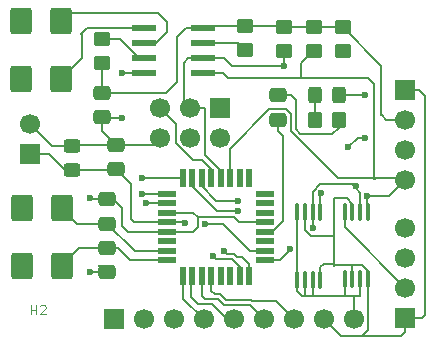
<source format=gbr>
%TF.GenerationSoftware,KiCad,Pcbnew,9.0.2*%
%TF.CreationDate,2025-07-25T22:05:18+05:30*%
%TF.ProjectId,mcu,6d63752e-6b69-4636-9164-5f7063625858,rev?*%
%TF.SameCoordinates,Original*%
%TF.FileFunction,Copper,L1,Top*%
%TF.FilePolarity,Positive*%
%FSLAX46Y46*%
G04 Gerber Fmt 4.6, Leading zero omitted, Abs format (unit mm)*
G04 Created by KiCad (PCBNEW 9.0.2) date 2025-07-25 22:05:18*
%MOMM*%
%LPD*%
G01*
G04 APERTURE LIST*
G04 Aperture macros list*
%AMRoundRect*
0 Rectangle with rounded corners*
0 $1 Rounding radius*
0 $2 $3 $4 $5 $6 $7 $8 $9 X,Y pos of 4 corners*
0 Add a 4 corners polygon primitive as box body*
4,1,4,$2,$3,$4,$5,$6,$7,$8,$9,$2,$3,0*
0 Add four circle primitives for the rounded corners*
1,1,$1+$1,$2,$3*
1,1,$1+$1,$4,$5*
1,1,$1+$1,$6,$7*
1,1,$1+$1,$8,$9*
0 Add four rect primitives between the rounded corners*
20,1,$1+$1,$2,$3,$4,$5,0*
20,1,$1+$1,$4,$5,$6,$7,0*
20,1,$1+$1,$6,$7,$8,$9,0*
20,1,$1+$1,$8,$9,$2,$3,0*%
G04 Aperture macros list end*
%ADD10C,0.100000*%
%TA.AperFunction,NonConductor*%
%ADD11C,0.100000*%
%TD*%
%TA.AperFunction,SMDPad,CuDef*%
%ADD12RoundRect,0.250000X0.450000X-0.350000X0.450000X0.350000X-0.450000X0.350000X-0.450000X-0.350000X0*%
%TD*%
%TA.AperFunction,ComponentPad*%
%ADD13R,1.700000X1.700000*%
%TD*%
%TA.AperFunction,ComponentPad*%
%ADD14C,1.700000*%
%TD*%
%TA.AperFunction,SMDPad,CuDef*%
%ADD15RoundRect,0.250000X-0.475000X0.337500X-0.475000X-0.337500X0.475000X-0.337500X0.475000X0.337500X0*%
%TD*%
%TA.AperFunction,SMDPad,CuDef*%
%ADD16RoundRect,0.250000X0.475000X-0.337500X0.475000X0.337500X-0.475000X0.337500X-0.475000X-0.337500X0*%
%TD*%
%TA.AperFunction,SMDPad,CuDef*%
%ADD17RoundRect,0.250000X-0.450000X0.350000X-0.450000X-0.350000X0.450000X-0.350000X0.450000X0.350000X0*%
%TD*%
%TA.AperFunction,SMDPad,CuDef*%
%ADD18RoundRect,0.250000X0.350000X0.450000X-0.350000X0.450000X-0.350000X-0.450000X0.350000X-0.450000X0*%
%TD*%
%TA.AperFunction,SMDPad,CuDef*%
%ADD19RoundRect,0.250000X0.650000X-0.875000X0.650000X0.875000X-0.650000X0.875000X-0.650000X-0.875000X0*%
%TD*%
%TA.AperFunction,SMDPad,CuDef*%
%ADD20RoundRect,0.250000X-0.450000X0.325000X-0.450000X-0.325000X0.450000X-0.325000X0.450000X0.325000X0*%
%TD*%
%TA.AperFunction,SMDPad,CuDef*%
%ADD21RoundRect,0.073750X-0.911250X-0.221250X0.911250X-0.221250X0.911250X0.221250X-0.911250X0.221250X0*%
%TD*%
%TA.AperFunction,SMDPad,CuDef*%
%ADD22RoundRect,0.068750X-0.666250X-0.206250X0.666250X-0.206250X0.666250X0.206250X-0.666250X0.206250X0*%
%TD*%
%TA.AperFunction,SMDPad,CuDef*%
%ADD23RoundRect,0.068750X-0.206250X-0.666250X0.206250X-0.666250X0.206250X0.666250X-0.206250X0.666250X0*%
%TD*%
%TA.AperFunction,SMDPad,CuDef*%
%ADD24RoundRect,0.100000X0.100000X-0.637500X0.100000X0.637500X-0.100000X0.637500X-0.100000X-0.637500X0*%
%TD*%
%TA.AperFunction,SMDPad,CuDef*%
%ADD25RoundRect,0.250000X-0.325000X-0.450000X0.325000X-0.450000X0.325000X0.450000X-0.325000X0.450000X0*%
%TD*%
%TA.AperFunction,ViaPad*%
%ADD26C,0.600000*%
%TD*%
%TA.AperFunction,Conductor*%
%ADD27C,0.200000*%
%TD*%
G04 APERTURE END LIST*
D10*
D11*
X96220476Y-124834895D02*
X96220476Y-124034895D01*
X96220476Y-124415847D02*
X96677619Y-124415847D01*
X96677619Y-124834895D02*
X96677619Y-124034895D01*
X97020475Y-124111085D02*
X97058571Y-124072990D01*
X97058571Y-124072990D02*
X97134761Y-124034895D01*
X97134761Y-124034895D02*
X97325237Y-124034895D01*
X97325237Y-124034895D02*
X97401428Y-124072990D01*
X97401428Y-124072990D02*
X97439523Y-124111085D01*
X97439523Y-124111085D02*
X97477618Y-124187276D01*
X97477618Y-124187276D02*
X97477618Y-124263466D01*
X97477618Y-124263466D02*
X97439523Y-124377752D01*
X97439523Y-124377752D02*
X96982380Y-124834895D01*
X96982380Y-124834895D02*
X97477618Y-124834895D01*
D12*
%TO.P,R5,1*%
%TO.N,Net-(U3-SQW{slash}~INT)*%
X114340000Y-102440000D03*
%TO.P,R5,2*%
%TO.N,/VCC*%
X114340000Y-100440000D03*
%TD*%
D13*
%TO.P,J1,1,Pin_1*%
%TO.N,/D2*%
X103280000Y-125240000D03*
D14*
%TO.P,J1,2,Pin_2*%
%TO.N,/D3*%
X105820000Y-125240000D03*
%TO.P,J1,3,Pin_3*%
%TO.N,/D4*%
X108360000Y-125240000D03*
%TO.P,J1,4,Pin_4*%
%TO.N,/D5*%
X110900000Y-125240000D03*
%TO.P,J1,5,Pin_5*%
%TO.N,/D6*%
X113440000Y-125240000D03*
%TO.P,J1,6,Pin_6*%
%TO.N,/D7*%
X115980000Y-125240000D03*
%TO.P,J1,7,Pin_7*%
%TO.N,/D8*%
X118520000Y-125240000D03*
%TO.P,J1,8,Pin_8*%
%TO.N,GND*%
X121060000Y-125240000D03*
%TO.P,J1,9,Pin_9*%
%TO.N,/VCC*%
X123600000Y-125240000D03*
%TD*%
D12*
%TO.P,R7,1*%
%TO.N,/SCL*%
X117620000Y-102490000D03*
%TO.P,R7,2*%
%TO.N,/VCC*%
X117620000Y-100490000D03*
%TD*%
D15*
%TO.P,C3,1*%
%TO.N,GND*%
X103460000Y-110482500D03*
%TO.P,C3,2*%
%TO.N,Net-(BT1-+)*%
X103460000Y-112557500D03*
%TD*%
D12*
%TO.P,R3,1*%
%TO.N,/SDA*%
X120170000Y-102490000D03*
%TO.P,R3,2*%
%TO.N,/VCC*%
X120170000Y-100490000D03*
%TD*%
D16*
%TO.P,C5,1*%
%TO.N,GND*%
X102640000Y-121270000D03*
%TO.P,C5,2*%
%TO.N,Net-(U4-PB7)*%
X102640000Y-119195000D03*
%TD*%
D17*
%TO.P,R4,1*%
%TO.N,Net-(U3-~{INTA})*%
X102210000Y-101530000D03*
%TO.P,R4,2*%
%TO.N,/VCC*%
X102210000Y-103530000D03*
%TD*%
D12*
%TO.P,R6,1*%
%TO.N,/RESET*%
X122620000Y-102500000D03*
%TO.P,R6,2*%
%TO.N,/VCC*%
X122620000Y-100500000D03*
%TD*%
D18*
%TO.P,R2,1*%
%TO.N,GND*%
X122270000Y-108400000D03*
%TO.P,R2,2*%
%TO.N,Net-(D1-K)*%
X120270000Y-108400000D03*
%TD*%
D19*
%TO.P,Y1,1,1*%
%TO.N,Net-(U3-X1)*%
X98790000Y-104880000D03*
%TO.P,Y1,2,2*%
%TO.N,Net-(U3-X2)*%
X98790000Y-100030000D03*
%TO.P,Y1,3*%
%TO.N,N/C*%
X95390000Y-100030000D03*
%TO.P,Y1,4*%
X95390000Y-104880000D03*
%TD*%
D20*
%TO.P,D2,1,K*%
%TO.N,GND*%
X99690000Y-110535000D03*
%TO.P,D2,2,A*%
%TO.N,Net-(BT1-+)*%
X99690000Y-112585000D03*
%TD*%
D21*
%TO.P,U3,1,X1*%
%TO.N,Net-(U3-X1)*%
X105835000Y-100575000D03*
%TO.P,U3,2,X2*%
%TO.N,Net-(U3-X2)*%
X105835000Y-101845000D03*
%TO.P,U3,3,~{INTA}*%
%TO.N,Net-(U3-~{INTA})*%
X105835000Y-103115000D03*
%TO.P,U3,4,GND*%
%TO.N,GND*%
X105835000Y-104385000D03*
%TO.P,U3,5,SDA*%
%TO.N,/SDA*%
X110785000Y-104385000D03*
%TO.P,U3,6,SCL*%
%TO.N,/SCL*%
X110785000Y-103115000D03*
%TO.P,U3,7,SQW/~INT*%
%TO.N,Net-(U3-SQW{slash}~INT)*%
X110785000Y-101845000D03*
%TO.P,U3,8,VCC*%
%TO.N,/VCC*%
X110785000Y-100575000D03*
%TD*%
D13*
%TO.P,J4,1,Pin_1*%
%TO.N,/MISO*%
X112200000Y-107340000D03*
D14*
%TO.P,J4,2,Pin_2*%
%TO.N,/VCC*%
X112200000Y-109880000D03*
%TO.P,J4,3,Pin_3*%
%TO.N,/SCL*%
X109660000Y-107340000D03*
%TO.P,J4,4,Pin_4*%
%TO.N,/MOSI*%
X109660000Y-109880000D03*
%TO.P,J4,5,Pin_5*%
%TO.N,/RESET*%
X107120000Y-107340000D03*
%TO.P,J4,6,Pin_6*%
%TO.N,GND*%
X107120000Y-109880000D03*
%TD*%
D16*
%TO.P,C4,1*%
%TO.N,Net-(U4-PB6)*%
X102680000Y-117147500D03*
%TO.P,C4,2*%
%TO.N,GND*%
X102680000Y-115072500D03*
%TD*%
D15*
%TO.P,C1,1*%
%TO.N,GND*%
X117120000Y-106292500D03*
%TO.P,C1,2*%
%TO.N,Net-(U4-AREF)*%
X117120000Y-108367500D03*
%TD*%
D22*
%TO.P,U4,1,PD3*%
%TO.N,/D3*%
X107730000Y-114630000D03*
%TO.P,U4,2,PD4*%
%TO.N,/D4*%
X107730000Y-115430000D03*
%TO.P,U4,3,GND*%
%TO.N,GND*%
X107730000Y-116230000D03*
%TO.P,U4,4,VCC*%
%TO.N,Net-(BT1-+)*%
X107730000Y-117030000D03*
%TO.P,U4,5,GND*%
%TO.N,GND*%
X107730000Y-117830000D03*
%TO.P,U4,6,VCC*%
%TO.N,unconnected-(U4-VCC-Pad6)*%
X107730000Y-118630000D03*
%TO.P,U4,7,PB6*%
%TO.N,Net-(U4-PB6)*%
X107730000Y-119430000D03*
%TO.P,U4,8,PB7*%
%TO.N,Net-(U4-PB7)*%
X107730000Y-120230000D03*
D23*
%TO.P,U4,9,PD5*%
%TO.N,/D5*%
X109100000Y-121600000D03*
%TO.P,U4,10,PD6*%
%TO.N,/D6*%
X109900000Y-121600000D03*
%TO.P,U4,11,PD7*%
%TO.N,/D7*%
X110700000Y-121600000D03*
%TO.P,U4,12,PB0*%
%TO.N,/D8*%
X111500000Y-121600000D03*
%TO.P,U4,13,PB1*%
%TO.N,unconnected-(U4-PB1-Pad13)*%
X112300000Y-121600000D03*
%TO.P,U4,14,PB2*%
%TO.N,unconnected-(U4-PB2-Pad14)*%
X113100000Y-121600000D03*
%TO.P,U4,15,PB3*%
%TO.N,/MOSI*%
X113900000Y-121600000D03*
%TO.P,U4,16,PB4*%
%TO.N,/MISO*%
X114700000Y-121600000D03*
D22*
%TO.P,U4,17,PB5*%
%TO.N,/SCL*%
X116070000Y-120230000D03*
%TO.P,U4,18,AVCC*%
%TO.N,Net-(BT1-+)*%
X116070000Y-119430000D03*
%TO.P,U4,19,ADC6*%
%TO.N,unconnected-(U4-ADC6-Pad19)*%
X116070000Y-118630000D03*
%TO.P,U4,20,AREF*%
%TO.N,Net-(U4-AREF)*%
X116070000Y-117830000D03*
%TO.P,U4,21,GND*%
%TO.N,GND*%
X116070000Y-117030000D03*
%TO.P,U4,22,ADC7*%
%TO.N,unconnected-(U4-ADC7-Pad22)*%
X116070000Y-116230000D03*
%TO.P,U4,23,PC0*%
%TO.N,unconnected-(U4-PC0-Pad23)*%
X116070000Y-115430000D03*
%TO.P,U4,24,PC1*%
%TO.N,unconnected-(U4-PC1-Pad24)*%
X116070000Y-114630000D03*
D23*
%TO.P,U4,25,PC2*%
%TO.N,unconnected-(U4-PC2-Pad25)*%
X114700000Y-113260000D03*
%TO.P,U4,26,PC3*%
%TO.N,unconnected-(U4-PC3-Pad26)*%
X113900000Y-113260000D03*
%TO.P,U4,27,PC4*%
%TO.N,/SDA*%
X113100000Y-113260000D03*
%TO.P,U4,28,PC5*%
%TO.N,/SCL*%
X112300000Y-113260000D03*
%TO.P,U4,29,PC6/~{RESET}*%
%TO.N,/RESET*%
X111500000Y-113260000D03*
%TO.P,U4,30,PD0*%
%TO.N,/TX*%
X110700000Y-113260000D03*
%TO.P,U4,31,PD1*%
%TO.N,/RX*%
X109900000Y-113260000D03*
%TO.P,U4,32,PD2*%
%TO.N,/D2*%
X109100000Y-113260000D03*
%TD*%
D13*
%TO.P,BT1,1,+*%
%TO.N,Net-(BT1-+)*%
X96160000Y-111255000D03*
D14*
%TO.P,BT1,2,-*%
%TO.N,GND*%
X96160000Y-108715000D03*
%TD*%
D13*
%TO.P,J2,1,Pin_1*%
%TO.N,GND*%
X127940000Y-105810000D03*
D14*
%TO.P,J2,2,Pin_2*%
%TO.N,/VCC*%
X127940000Y-108350000D03*
%TO.P,J2,3,Pin_3*%
%TO.N,/SCL*%
X127940000Y-110890000D03*
%TO.P,J2,4,Pin_4*%
%TO.N,/SDA*%
X127940000Y-113430000D03*
%TD*%
D19*
%TO.P,Y2,1,1*%
%TO.N,Net-(U4-PB7)*%
X98840000Y-120695000D03*
%TO.P,Y2,2,2*%
%TO.N,Net-(U4-PB6)*%
X98840000Y-115845000D03*
%TO.P,Y2,3*%
%TO.N,N/C*%
X95440000Y-115845000D03*
%TO.P,Y2,4*%
X95440000Y-120695000D03*
%TD*%
D24*
%TO.P,U1,1,A0*%
%TO.N,/VCC*%
X118780000Y-121910000D03*
%TO.P,U1,2,A1*%
X119430000Y-121910000D03*
%TO.P,U1,3,A2*%
X120080000Y-121910000D03*
%TO.P,U1,4,GND*%
%TO.N,GND*%
X120730000Y-121910000D03*
%TO.P,U1,5,SDA*%
%TO.N,/SDA*%
X120730000Y-116185000D03*
%TO.P,U1,6,SCL*%
%TO.N,/SCL*%
X120080000Y-116185000D03*
%TO.P,U1,7,WP*%
%TO.N,GND*%
X119430000Y-116185000D03*
%TO.P,U1,8,VCC*%
%TO.N,/VCC*%
X118780000Y-116185000D03*
%TD*%
%TO.P,U2,1,A0*%
%TO.N,/VCC*%
X122790000Y-121860000D03*
%TO.P,U2,2,A1*%
%TO.N,GND*%
X123440000Y-121860000D03*
%TO.P,U2,3,A2*%
%TO.N,/VCC*%
X124090000Y-121860000D03*
%TO.P,U2,4,GND*%
%TO.N,GND*%
X124740000Y-121860000D03*
%TO.P,U2,5,SDA*%
%TO.N,/SDA*%
X124740000Y-116135000D03*
%TO.P,U2,6,SCL*%
%TO.N,/SCL*%
X124090000Y-116135000D03*
%TO.P,U2,7,WP*%
%TO.N,GND*%
X123440000Y-116135000D03*
%TO.P,U2,8,VCC*%
%TO.N,/VCC*%
X122790000Y-116135000D03*
%TD*%
D25*
%TO.P,D1,1,K*%
%TO.N,Net-(D1-K)*%
X120247500Y-106260000D03*
%TO.P,D1,2,A*%
%TO.N,/SCL*%
X122297500Y-106260000D03*
%TD*%
D16*
%TO.P,C2,1*%
%TO.N,GND*%
X102240000Y-108157500D03*
%TO.P,C2,2*%
%TO.N,/VCC*%
X102240000Y-106082500D03*
%TD*%
D13*
%TO.P,J3,1,Pin_1*%
%TO.N,GND*%
X127910000Y-125110000D03*
D14*
%TO.P,J3,2,Pin_2*%
%TO.N,/VCC*%
X127910000Y-122570000D03*
%TO.P,J3,3,Pin_3*%
%TO.N,/RX*%
X127910000Y-120030000D03*
%TO.P,J3,4,Pin_4*%
%TO.N,/TX*%
X127910000Y-117490000D03*
%TD*%
D26*
%TO.N,GND*%
X101200000Y-115000000D03*
X101200000Y-121275000D03*
X103910000Y-104370000D03*
X103930000Y-108200000D03*
X116990000Y-106280000D03*
%TO.N,Net-(BT1-+)*%
X109260000Y-117080000D03*
X110980000Y-117210000D03*
%TO.N,/VCC*%
X123100000Y-110690000D03*
X124550000Y-109890000D03*
%TO.N,/SCL*%
X124490000Y-106270000D03*
X117620000Y-103785000D03*
X118140000Y-119260000D03*
X120080000Y-117500000D03*
X123720000Y-113920000D03*
%TO.N,/D2*%
X105640000Y-113260000D03*
%TO.N,/D4*%
X106010000Y-115420000D03*
%TO.N,/D3*%
X105670000Y-114650000D03*
%TO.N,/SDA*%
X124720000Y-114837500D03*
X120799265Y-114559265D03*
%TO.N,/TX*%
X113750000Y-115210000D03*
%TO.N,/RX*%
X113790000Y-116070000D03*
%TO.N,/MOSI*%
X111630000Y-119910000D03*
%TO.N,/RESET*%
X122570000Y-102570000D03*
%TO.N,/MISO*%
X112580000Y-119500000D03*
%TD*%
D27*
%TO.N,GND*%
X123440000Y-116135000D02*
X123440000Y-115477500D01*
X123410000Y-120677500D02*
X121962500Y-120677500D01*
X102635000Y-121275000D02*
X102640000Y-121270000D01*
X103925000Y-104385000D02*
X103910000Y-104370000D01*
X124240000Y-126620000D02*
X122440000Y-126620000D01*
X103960000Y-117310000D02*
X104480000Y-117830000D01*
X122270000Y-108400000D02*
X122270000Y-109010000D01*
X110360000Y-116600000D02*
X113420000Y-116600000D01*
X124294999Y-120677500D02*
X123410000Y-120677500D01*
X105835000Y-104385000D02*
X103925000Y-104385000D01*
X129077790Y-105810000D02*
X129587790Y-106320000D01*
X120730000Y-120827500D02*
X121010000Y-120547500D01*
X127940000Y-105810000D02*
X129077790Y-105810000D01*
X121890000Y-115007500D02*
X121890000Y-117417500D01*
X121890000Y-120547500D02*
X121890000Y-120747500D01*
X113850000Y-117030000D02*
X116070000Y-117030000D01*
X102680000Y-115072500D02*
X101272500Y-115072500D01*
X99742500Y-110482500D02*
X103460000Y-110482500D01*
X109960000Y-117830000D02*
X110380000Y-117410000D01*
X124740000Y-121122501D02*
X124294999Y-120677500D01*
X129570000Y-124855000D02*
X129315000Y-125110000D01*
X127910000Y-126315000D02*
X127910000Y-125110000D01*
X119960057Y-118230000D02*
X121890000Y-118230000D01*
X122440000Y-126620000D02*
X121060000Y-125240000D01*
X118640000Y-109160000D02*
X118640000Y-106700000D01*
X129570000Y-106337790D02*
X129570000Y-124855000D01*
X110380000Y-116620000D02*
X110360000Y-116600000D01*
X102282500Y-108200000D02*
X102240000Y-108157500D01*
X103213468Y-115072500D02*
X103960000Y-115819032D01*
X101200000Y-121275000D02*
X102635000Y-121275000D01*
X119050000Y-109570000D02*
X118640000Y-109160000D01*
X117120000Y-106292500D02*
X117002500Y-106292500D01*
X123440000Y-120707500D02*
X123410000Y-120677500D01*
X124315000Y-126545000D02*
X124395000Y-126625000D01*
X121890000Y-120747500D02*
X121891250Y-120748750D01*
X103460000Y-110482500D02*
X106517500Y-110482500D01*
X127600000Y-126625000D02*
X127910000Y-126315000D01*
X119430000Y-117699943D02*
X119960057Y-118230000D01*
X123440000Y-121860000D02*
X123440000Y-120707500D01*
X104480000Y-117830000D02*
X107730000Y-117830000D01*
X121890000Y-117417500D02*
X121890000Y-118230000D01*
X118232500Y-106292500D02*
X117120000Y-106292500D01*
X124751000Y-121871000D02*
X124751000Y-126109000D01*
X124315000Y-126545000D02*
X124240000Y-126620000D01*
X121710000Y-109570000D02*
X119050000Y-109570000D01*
X97980000Y-110535000D02*
X99690000Y-110535000D01*
X101272500Y-115072500D02*
X101200000Y-115000000D01*
X109990000Y-116230000D02*
X107730000Y-116230000D01*
X119430000Y-116185000D02*
X119430000Y-117699943D01*
X121962500Y-120677500D02*
X121891250Y-120748750D01*
X96160000Y-108715000D02*
X97980000Y-110535000D01*
X129315000Y-125110000D02*
X127910000Y-125110000D01*
X129587790Y-106320000D02*
X129570000Y-106337790D01*
X102017500Y-120695000D02*
X102022500Y-120690000D01*
X102240000Y-108157500D02*
X102240000Y-109262500D01*
X110360000Y-116600000D02*
X109990000Y-116230000D01*
X124395000Y-126625000D02*
X127600000Y-126625000D01*
X122270000Y-109010000D02*
X121710000Y-109570000D01*
X122970000Y-115007500D02*
X121890000Y-115007500D01*
X102680000Y-115072500D02*
X103213468Y-115072500D01*
X117002500Y-106292500D02*
X116990000Y-106280000D01*
X103960000Y-115819032D02*
X103960000Y-117310000D01*
X121010000Y-120547500D02*
X121890000Y-120547500D01*
X107730000Y-117830000D02*
X109960000Y-117830000D01*
X113420000Y-116600000D02*
X113850000Y-117030000D01*
X124751000Y-126109000D02*
X124315000Y-126545000D01*
X103930000Y-108200000D02*
X102282500Y-108200000D01*
X99690000Y-110535000D02*
X99742500Y-110482500D01*
X121890000Y-118230000D02*
X121890000Y-120547500D01*
X120730000Y-121910000D02*
X120730000Y-120827500D01*
X123440000Y-115477500D02*
X122970000Y-115007500D01*
X106517500Y-110482500D02*
X107120000Y-109880000D01*
X124740000Y-121860000D02*
X124740000Y-121122501D01*
X110380000Y-117410000D02*
X110380000Y-116620000D01*
X102240000Y-109262500D02*
X103460000Y-110482500D01*
X118640000Y-106700000D02*
X118232500Y-106292500D01*
X124740000Y-121860000D02*
X124751000Y-121871000D01*
%TO.N,Net-(BT1-+)*%
X104980000Y-117030000D02*
X107730000Y-117030000D01*
X110980000Y-117210000D02*
X112500000Y-117210000D01*
X109210000Y-117030000D02*
X109260000Y-117080000D01*
X96160000Y-111255000D02*
X97783481Y-111255000D01*
X103432500Y-112585000D02*
X103460000Y-112557500D01*
X103460000Y-112557500D02*
X104680000Y-113777500D01*
X114750000Y-119460000D02*
X116040000Y-119460000D01*
X97783481Y-111255000D02*
X99113481Y-112585000D01*
X112500000Y-117210000D02*
X114750000Y-119460000D01*
X104680000Y-113777500D02*
X104680000Y-116730000D01*
X99690000Y-112585000D02*
X103432500Y-112585000D01*
X104680000Y-116730000D02*
X104980000Y-117030000D01*
X116040000Y-119460000D02*
X116070000Y-119430000D01*
X99113481Y-112585000D02*
X99690000Y-112585000D01*
X107730000Y-117030000D02*
X109210000Y-117030000D01*
%TO.N,Net-(U4-AREF)*%
X116667312Y-117830000D02*
X116070000Y-117830000D01*
X117120000Y-108367500D02*
X117120000Y-109280000D01*
X117560000Y-109720000D02*
X117560000Y-116937312D01*
X117120000Y-109280000D02*
X117560000Y-109720000D01*
X117560000Y-116937312D02*
X116667312Y-117830000D01*
%TO.N,/VCC*%
X120080000Y-123217500D02*
X120050000Y-123247500D01*
X122790000Y-116135000D02*
X122790000Y-117450000D01*
X118740000Y-116225000D02*
X118780000Y-116185000D01*
X102240000Y-106082500D02*
X107637500Y-106082500D01*
X124070000Y-123247500D02*
X123560000Y-123247500D01*
X110785000Y-100575000D02*
X110920000Y-100440000D01*
X117596426Y-100440000D02*
X117620000Y-100463574D01*
X107637500Y-106082500D02*
X108560000Y-105160000D01*
X123560000Y-123247500D02*
X122790000Y-123247500D01*
X126320000Y-108350000D02*
X127940000Y-108350000D01*
X102210000Y-103530000D02*
X102210000Y-106052500D01*
X122790000Y-117450000D02*
X127910000Y-122570000D01*
X124090000Y-123227500D02*
X124070000Y-123247500D01*
X122790000Y-123247500D02*
X120050000Y-123247500D01*
X117620000Y-100490000D02*
X120170000Y-100490000D01*
X102210000Y-106052500D02*
X102240000Y-106082500D01*
X108560000Y-105160000D02*
X108560000Y-101360000D01*
X120080000Y-121910000D02*
X120080000Y-123217500D01*
X108560000Y-101360000D02*
X109345000Y-100575000D01*
X117693574Y-100390000D02*
X117620000Y-100463574D01*
X120170000Y-100490000D02*
X120180000Y-100490000D01*
X118780000Y-121910000D02*
X118740000Y-121870000D01*
X122620000Y-100500000D02*
X125900000Y-103780000D01*
X124550000Y-109890000D02*
X123900000Y-109890000D01*
X123900000Y-109890000D02*
X123100000Y-110690000D01*
X125900000Y-103780000D02*
X125900000Y-107960000D01*
X122790000Y-121860000D02*
X122790000Y-123247500D01*
X120050000Y-123247500D02*
X119480000Y-123247500D01*
X120180000Y-100490000D02*
X120190000Y-100500000D01*
X123600000Y-123287500D02*
X123560000Y-123247500D01*
X114340000Y-100440000D02*
X117596426Y-100440000D01*
X119480000Y-123247500D02*
X119170000Y-123247500D01*
X109345000Y-100575000D02*
X110785000Y-100575000D01*
X118780000Y-122857500D02*
X118780000Y-121910000D01*
X123600000Y-125240000D02*
X123600000Y-123287500D01*
X120190000Y-100500000D02*
X122620000Y-100500000D01*
X119170000Y-123247500D02*
X118780000Y-122857500D01*
X119430000Y-123197500D02*
X119480000Y-123247500D01*
X125930000Y-107960000D02*
X126320000Y-108350000D01*
X124090000Y-121860000D02*
X124090000Y-123227500D01*
X118740000Y-121870000D02*
X118740000Y-116225000D01*
X125900000Y-107960000D02*
X125930000Y-107960000D01*
X110920000Y-100440000D02*
X114340000Y-100440000D01*
X119430000Y-121910000D02*
X119430000Y-123197500D01*
%TO.N,Net-(U4-PB6)*%
X102680000Y-117147500D02*
X104912500Y-119380000D01*
X100142500Y-117147500D02*
X102680000Y-117147500D01*
X105030000Y-119380000D02*
X105080000Y-119430000D01*
X98840000Y-115845000D02*
X100142500Y-117147500D01*
X104912500Y-119380000D02*
X105030000Y-119380000D01*
X105080000Y-119430000D02*
X107730000Y-119430000D01*
%TO.N,Net-(U4-PB7)*%
X98840000Y-120695000D02*
X100340000Y-119195000D01*
X100340000Y-119195000D02*
X102640000Y-119195000D01*
X103565000Y-119195000D02*
X104600000Y-120230000D01*
X104600000Y-120230000D02*
X107730000Y-120230000D01*
X102640000Y-119195000D02*
X103565000Y-119195000D01*
%TO.N,/SCL*%
X110790000Y-103120000D02*
X110785000Y-103115000D01*
X110940000Y-111302688D02*
X110940000Y-107417919D01*
X117290000Y-120230000D02*
X116070000Y-120230000D01*
X123720000Y-114140000D02*
X123390000Y-113810000D01*
X112300000Y-113260000D02*
X112300000Y-112662688D01*
X117620000Y-103785000D02*
X113215000Y-103785000D01*
X117620000Y-103785000D02*
X117620000Y-102490000D01*
X112550000Y-103120000D02*
X110790000Y-103120000D01*
X112300000Y-112662688D02*
X110940000Y-111302688D01*
X109150000Y-103510000D02*
X109150000Y-106830000D01*
X109150000Y-106830000D02*
X109660000Y-107340000D01*
X124090000Y-114510000D02*
X123720000Y-114140000D01*
X118140000Y-119260000D02*
X118140000Y-119380000D01*
X110862081Y-107340000D02*
X109660000Y-107340000D01*
X113215000Y-103785000D02*
X112550000Y-103120000D01*
X109545000Y-103115000D02*
X109150000Y-103510000D01*
X122297500Y-106260000D02*
X124480000Y-106260000D01*
X120080000Y-117500000D02*
X120080000Y-116185000D01*
X110940000Y-107417919D02*
X110862081Y-107340000D01*
X118140000Y-119380000D02*
X117290000Y-120230000D01*
X120080000Y-114430000D02*
X120080000Y-116185000D01*
X120700000Y-113810000D02*
X120080000Y-114430000D01*
X123720000Y-114140000D02*
X123720000Y-113920000D01*
X123390000Y-113810000D02*
X120700000Y-113810000D01*
X124480000Y-106260000D02*
X124490000Y-106270000D01*
X124090000Y-116135000D02*
X124090000Y-114510000D01*
X110785000Y-103115000D02*
X109545000Y-103115000D01*
%TO.N,Net-(D1-K)*%
X120247500Y-106260000D02*
X120247500Y-108377500D01*
X120247500Y-108377500D02*
X120270000Y-108400000D01*
%TO.N,/D7*%
X114790000Y-124050000D02*
X115980000Y-125240000D01*
X110959089Y-123529000D02*
X112029000Y-123529000D01*
X112029000Y-123529000D02*
X112550000Y-124050000D01*
X110700000Y-121600000D02*
X110700000Y-123269911D01*
X110700000Y-123269911D02*
X110959089Y-123529000D01*
X112550000Y-124050000D02*
X114790000Y-124050000D01*
%TO.N,/D8*%
X112195100Y-123128000D02*
X112716100Y-123649000D01*
X116950000Y-123670000D02*
X118520000Y-125240000D01*
X112716100Y-123649000D02*
X114956100Y-123649000D01*
X111500000Y-121600000D02*
X111500000Y-122850000D01*
X111778000Y-123128000D02*
X112195100Y-123128000D01*
X114956100Y-123649000D02*
X114977100Y-123670000D01*
X114977100Y-123670000D02*
X116950000Y-123670000D01*
X111500000Y-122850000D02*
X111778000Y-123128000D01*
%TO.N,/D5*%
X109100000Y-121600000D02*
X109100000Y-123490000D01*
X110850000Y-125240000D02*
X110900000Y-125240000D01*
X109100000Y-123490000D02*
X110850000Y-125240000D01*
%TO.N,/D2*%
X109100000Y-113260000D02*
X105640000Y-113260000D01*
%TO.N,/D4*%
X107730000Y-115430000D02*
X106020000Y-115430000D01*
X106020000Y-115430000D02*
X106010000Y-115420000D01*
%TO.N,/D6*%
X112830000Y-125240000D02*
X111520000Y-123930000D01*
X110380000Y-123930000D02*
X109790000Y-123340000D01*
X113440000Y-125240000D02*
X112830000Y-125240000D01*
X109790000Y-123340000D02*
X109790000Y-121710000D01*
X109790000Y-121710000D02*
X109900000Y-121600000D01*
X111520000Y-123930000D02*
X110380000Y-123930000D01*
%TO.N,/D3*%
X107730000Y-114630000D02*
X105690000Y-114630000D01*
X105690000Y-114630000D02*
X105670000Y-114650000D01*
%TO.N,/SDA*%
X124740000Y-115397501D02*
X124740000Y-116135000D01*
X124770000Y-104820000D02*
X125300000Y-105350000D01*
X125300000Y-105350000D02*
X125300000Y-113370000D01*
X126532500Y-114837500D02*
X127940000Y-113430000D01*
X119080000Y-104840000D02*
X119100000Y-104820000D01*
X127910000Y-113460000D02*
X127940000Y-113430000D01*
X120660000Y-116115000D02*
X120730000Y-116185000D01*
X118239000Y-107887840D02*
X118239000Y-109326100D01*
X122231900Y-113319000D02*
X127829000Y-113319000D01*
X119100000Y-104820000D02*
X124770000Y-104820000D01*
X110785000Y-104385000D02*
X112455000Y-104385000D01*
X116409840Y-107479000D02*
X117830160Y-107479000D01*
X125300000Y-113370000D02*
X125320000Y-113390000D01*
X117830160Y-107479000D02*
X118239000Y-107887840D01*
X112455000Y-104385000D02*
X112910000Y-104840000D01*
X112910000Y-104840000D02*
X119080000Y-104840000D01*
X120730000Y-114628530D02*
X120799265Y-114559265D01*
X124720000Y-114837500D02*
X124720000Y-115377501D01*
X127829000Y-113319000D02*
X127940000Y-113430000D01*
X124740000Y-116807500D02*
X124740000Y-116135000D01*
X120730000Y-116185000D02*
X120730000Y-114628530D01*
X118239000Y-109326100D02*
X122231900Y-113319000D01*
X120170000Y-102490000D02*
X119080000Y-103580000D01*
X113100000Y-113260000D02*
X113100000Y-110788840D01*
X124720000Y-114837500D02*
X126532500Y-114837500D01*
X119080000Y-103580000D02*
X119080000Y-104840000D01*
X124720000Y-115377501D02*
X124740000Y-115397501D01*
X113100000Y-110788840D02*
X116409840Y-107479000D01*
%TO.N,/TX*%
X110700000Y-113260000D02*
X110700000Y-113995000D01*
X111925000Y-115220000D02*
X113770000Y-115220000D01*
X113770000Y-115220000D02*
X113760000Y-115210000D01*
X113760000Y-115210000D02*
X113750000Y-115210000D01*
X110700000Y-113995000D02*
X111925000Y-115220000D01*
%TO.N,/RX*%
X109900000Y-113260000D02*
X109900000Y-113995000D01*
X109900000Y-113995000D02*
X111975000Y-116070000D01*
X111975000Y-116070000D02*
X113790000Y-116070000D01*
%TO.N,/MOSI*%
X113276315Y-120156315D02*
X113900000Y-120780000D01*
X113900000Y-120780000D02*
X113900000Y-121600000D01*
X111876315Y-120156315D02*
X113276315Y-120156315D01*
X111630000Y-119910000D02*
X111876315Y-120156315D01*
%TO.N,/RESET*%
X110752500Y-111777500D02*
X109929740Y-111777500D01*
X108509000Y-110356760D02*
X108509000Y-108729000D01*
X111500000Y-113260000D02*
X111500000Y-112525000D01*
X122620000Y-102520000D02*
X122570000Y-102570000D01*
X111500000Y-112525000D02*
X110752500Y-111777500D01*
X108509000Y-108729000D02*
X107120000Y-107340000D01*
X122620000Y-102500000D02*
X122620000Y-102520000D01*
X109929740Y-111777500D02*
X108509000Y-110356760D01*
%TO.N,/MISO*%
X114075735Y-119955735D02*
X114700000Y-120580000D01*
X113642835Y-119955735D02*
X114075735Y-119955735D01*
X114700000Y-120580000D02*
X114700000Y-121600000D01*
X112580000Y-119500000D02*
X112835315Y-119755315D01*
X112835315Y-119755315D02*
X113442415Y-119755315D01*
X113442415Y-119755315D02*
X113642835Y-119955735D01*
%TO.N,Net-(U3-~{INTA})*%
X105835000Y-103115000D02*
X105405000Y-103115000D01*
X105405000Y-103115000D02*
X103797332Y-101507332D01*
X103797332Y-101507332D02*
X102210000Y-101507332D01*
%TO.N,Net-(U3-SQW{slash}~INT)*%
X110785000Y-101845000D02*
X113745000Y-101845000D01*
X113745000Y-101845000D02*
X114340000Y-102440000D01*
%TO.N,Net-(U3-X1)*%
X100510000Y-101120000D02*
X100470000Y-101080000D01*
X98790000Y-104880000D02*
X100510000Y-103160000D01*
X100470000Y-101080000D02*
X100975000Y-100575000D01*
X100975000Y-100575000D02*
X105835000Y-100575000D01*
X100510000Y-103160000D02*
X100510000Y-101120000D01*
%TO.N,Net-(U3-X2)*%
X107720000Y-100010000D02*
X107720000Y-100945000D01*
X106820000Y-101845000D02*
X105835000Y-101845000D01*
X107720000Y-100945000D02*
X106820000Y-101845000D01*
X98790000Y-100030000D02*
X99480000Y-99340000D01*
X99480000Y-99340000D02*
X107010000Y-99340000D01*
X107010000Y-99340000D02*
X107680000Y-100010000D01*
X107680000Y-100010000D02*
X107720000Y-100010000D01*
%TD*%
M02*

</source>
